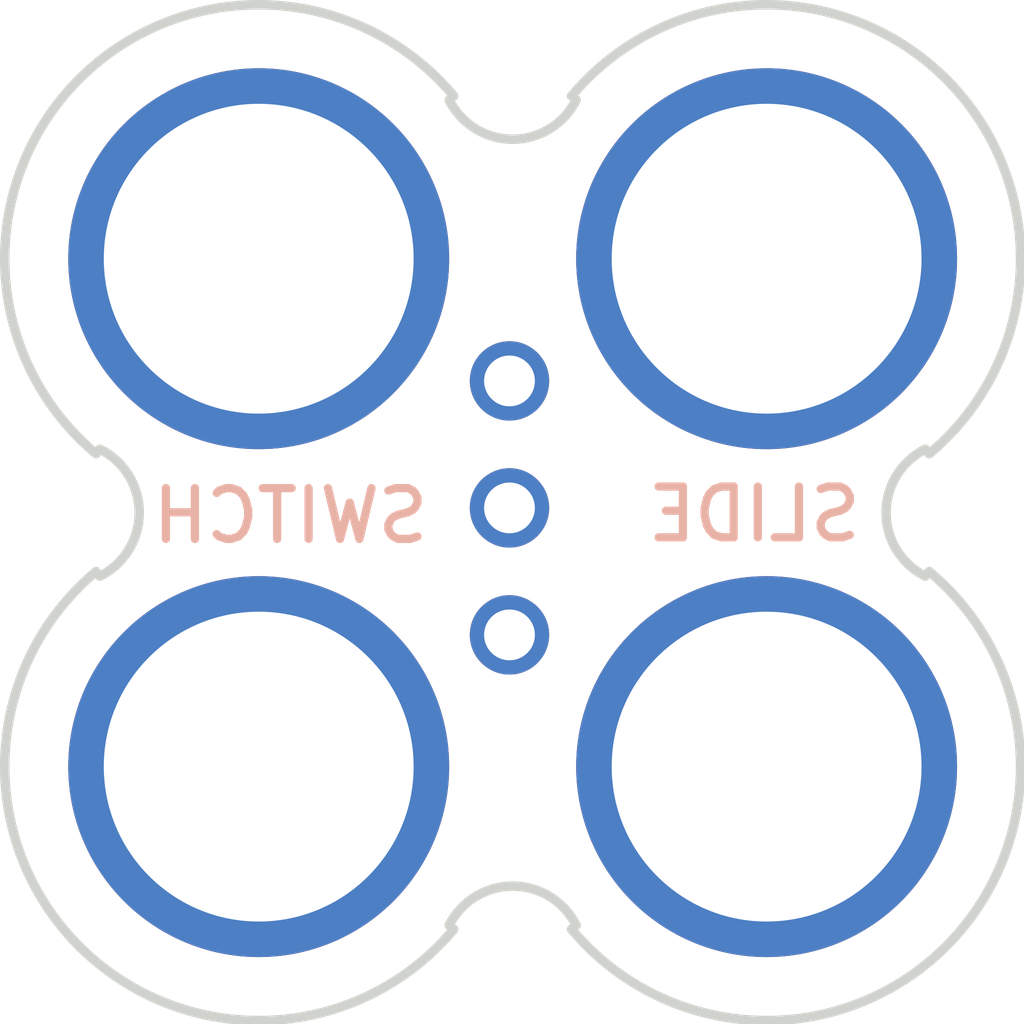
<source format=kicad_pcb>
(kicad_pcb (version 4) (host pcbnew 4.0.1-3.201512221402+6198~38~ubuntu14.04.1-stable)

  (general
    (links 0)
    (no_connects 0)
    (area 115.686905 80.375 139.713096 99.275)
    (thickness 1.6)
    (drawings 16)
    (tracks 0)
    (zones 0)
    (modules 1)
    (nets 1)
  )

  (page A4)
  (layers
    (0 F.Cu signal)
    (31 B.Cu signal)
    (32 B.Adhes user)
    (33 F.Adhes user)
    (34 B.Paste user)
    (35 F.Paste user)
    (36 B.SilkS user)
    (37 F.SilkS user)
    (38 B.Mask user)
    (39 F.Mask user)
    (40 Dwgs.User user)
    (41 Cmts.User user)
    (42 Eco1.User user)
    (43 Eco2.User user)
    (44 Edge.Cuts user)
    (45 Margin user)
    (46 B.CrtYd user)
    (47 F.CrtYd user)
    (48 B.Fab user)
    (49 F.Fab user)
  )

  (setup
    (last_trace_width 0.25)
    (trace_clearance 0.2)
    (zone_clearance 0.508)
    (zone_45_only no)
    (trace_min 0.2)
    (segment_width 0.2)
    (edge_width 0.15)
    (via_size 0.6)
    (via_drill 0.4)
    (via_min_size 0.4)
    (via_min_drill 0.3)
    (uvia_size 0.3)
    (uvia_drill 0.1)
    (uvias_allowed no)
    (uvia_min_size 0.2)
    (uvia_min_drill 0.1)
    (pcb_text_width 0.3)
    (pcb_text_size 1.5 1.5)
    (mod_edge_width 0.15)
    (mod_text_size 1 1)
    (mod_text_width 0.15)
    (pad_size 5.23 5.23)
    (pad_drill 4.88)
    (pad_to_mask_clearance 0.2)
    (aux_axis_origin 0 0)
    (grid_origin 131.5 89.5)
    (visible_elements FFFFFF7F)
    (pcbplotparams
      (layerselection 0x010f0_80000001)
      (usegerberextensions true)
      (excludeedgelayer true)
      (linewidth 0.100000)
      (plotframeref false)
      (viasonmask false)
      (mode 1)
      (useauxorigin false)
      (hpglpennumber 1)
      (hpglpenspeed 20)
      (hpglpendiameter 15)
      (hpglpenoverlay 2)
      (psnegative false)
      (psa4output false)
      (plotreference true)
      (plotvalue true)
      (plotinvisibletext false)
      (padsonsilk false)
      (subtractmaskfromsilk false)
      (outputformat 1)
      (mirror false)
      (drillshape 0)
      (scaleselection 1)
      (outputdirectory gerbers-slide-2.5mm-2x2))
  )

  (net 0 "")

  (net_class Default "This is the default net class."
    (clearance 0.2)
    (trace_width 0.25)
    (via_dia 0.6)
    (via_drill 0.4)
    (uvia_dia 0.3)
    (uvia_drill 0.1)
  )

  (module Lego_Circuits:SWITCH-SPDT-3PIN-2.5mmPITCH-TH-2x2 (layer F.Cu) (tedit 56D685A6) (tstamp 56DBAA30)
    (at 127.5 93.5)
    (descr "SWITCH SPDT 0S102011MA1QN1 2x3")
    (tags "SWITCH SPDT 0S102011MA1QN1 2x3")
    (fp_text reference REF** (at 0 -12) (layer F.SilkS) hide
      (effects (font (size 1 1) (thickness 0.15)))
    )
    (fp_text value "SPDT 3PIN E-SWITCH EG1218 " (at 0.2 4.8) (layer F.Fab) hide
      (effects (font (size 1 1) (thickness 0.15)))
    )
    (fp_text user "SLIDE " (at 7.5 -3.975) (layer B.SilkS)
      (effects (font (size 0.8 0.8) (thickness 0.13)) (justify mirror))
    )
    (fp_text user SWITCH (at 0.5 -3.95) (layer B.SilkS)
      (effects (font (size 0.8 0.8) (thickness 0.13)) (justify mirror))
    )
    (pad 3 thru_hole circle (at 8 -8) (size 6 6) (drill 4.88) (layers *.Cu *.Mask))
    (pad 2 thru_hole circle (at 3.95 -4.075 270) (size 1.25 1.25) (drill 0.8) (layers *.Cu *.Mask))
    (pad 3 thru_hole circle (at 3.95 -6.075 270) (size 1.25 1.25) (drill 0.8) (layers *.Cu *.Mask))
    (pad 1 thru_hole circle (at 3.95 -2.075 270) (size 1.25 1.25) (drill 0.8) (layers *.Cu *.Mask))
    (pad 1 thru_hole circle (at 8 0) (size 6 6) (drill 4.88) (layers *.Cu *.Mask))
    (pad 2 thru_hole circle (at 0 -8) (size 6 6) (drill 4.88) (layers *.Cu *.Mask))
    (pad 1 thru_hole circle (at 0 0) (size 6 6) (drill 4.88) (layers *.Cu *.Mask))
  )

  (gr_arc (start 127.5 93.5) (end 127.5 97.5) (angle -50.19443441) (layer Edge.Cuts) (width 0.15) (tstamp 56DBAA5B))
  (gr_arc (start 131.5 96.5) (end 130.5 96) (angle 126.8698976) (layer Edge.Cuts) (width 0.15) (tstamp 56DBAA5A))
  (gr_arc (start 135.5 93.5) (end 135.5 97.5) (angle 50.19443441) (layer Edge.Cuts) (width 0.15) (tstamp 56DBAA59))
  (gr_arc (start 127.5 85.5) (end 127.5 81.5) (angle 50.19443441) (layer Edge.Cuts) (width 0.15) (tstamp 56DBAA56))
  (gr_arc (start 131.5 82.5) (end 132.5 83) (angle 126.8698976) (layer Edge.Cuts) (width 0.15) (tstamp 56DBAA55))
  (gr_arc (start 135.5 85.5) (end 135.5 81.5) (angle -50.19443441) (layer Edge.Cuts) (width 0.15) (tstamp 56DBAA54))
  (gr_arc (start 127.5 85.5) (end 123.5 85.5) (angle 90) (layer Edge.Cuts) (width 0.15) (tstamp 56E816DB))
  (gr_arc (start 127.5 93.5) (end 123.5 93.5) (angle 50.19443441) (layer Edge.Cuts) (width 0.15) (tstamp 56D6821B))
  (gr_arc (start 124.5 89.5) (end 125 88.5) (angle 126.8698976) (layer Edge.Cuts) (width 0.15) (tstamp 56D6821A))
  (gr_arc (start 127.5 85.5) (end 123.5 85.5) (angle -50.19443441) (layer Edge.Cuts) (width 0.15) (tstamp 56D68219))
  (gr_arc (start 138.5 89.5) (end 138 90.5) (angle 126.8698976) (layer Edge.Cuts) (width 0.15))
  (gr_arc (start 135.5 93.5) (end 139.5 93.5) (angle -50.19443441) (layer Edge.Cuts) (width 0.15) (tstamp 56F41376))
  (gr_arc (start 135.5 85.5) (end 139.5 85.5) (angle 50.19443441) (layer Edge.Cuts) (width 0.15) (tstamp 56F41372))
  (gr_arc (start 135.5 93.5) (end 139.5 93.5) (angle 90) (layer Edge.Cuts) (width 0.15) (tstamp 56E816DD))
  (gr_arc (start 135.5 85.5) (end 135.5 81.5) (angle 90) (layer Edge.Cuts) (width 0.15) (tstamp 56E816DC))
  (gr_arc (start 127.5 93.5) (end 127.5 97.5) (angle 90) (layer Edge.Cuts) (width 0.15) (tstamp 56E816CB))

)

</source>
